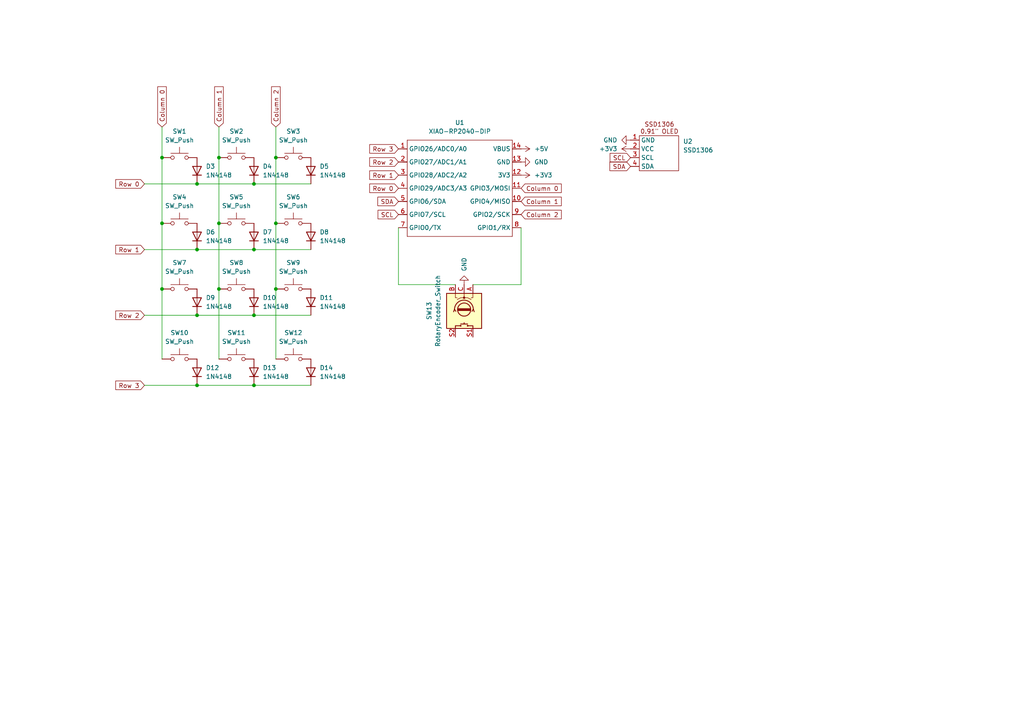
<source format=kicad_sch>
(kicad_sch (version 20250114) (generator "eeschema") (generator_version "9.0")
  (paper "A4")
  (lib_symbols
    (symbol "Device:RotaryEncoder_Switch" (pin_names (offset 0.254) (hide yes))
      (property "Reference" "SW" (at 0 6.604 0))
      (property "Value" "RotaryEncoder_Switch" (at 0 -6.604 0))
      (symbol "RotaryEncoder_Switch_0_1"
        (rectangle (start -5.08 5.08) (end 5.08 -5.08) (stroke (width 0.254)) (fill (type background)))
        (polyline (pts (xy -5.08 2.54) (xy -3.81 2.54) (xy -3.81 2.032)))
        (polyline (pts (xy -5.08 0) (xy -3.81 0) (xy -3.81 -1.016) (xy -3.302 -2.032)))
        (polyline (pts (xy -5.08 -2.54) (xy -3.81 -2.54) (xy -3.81 -2.032)))
        (polyline (pts (xy -4.318 0) (xy -3.81 0) (xy -3.81 1.016) (xy -3.302 2.032)))
        (circle (center -3.81 0) (radius 0.254) (fill (type outline)))
        (polyline (pts (xy -0.635 -1.778) (xy -0.635 1.778)) (stroke (width 0.254)))
        (circle (center -0.381 0) (radius 1.905) (stroke (width 0.254)))
        (polyline (pts (xy -0.381 -1.778) (xy -0.381 1.778)) (stroke (width 0.254)))
        (arc (start -0.381 -2.794) (mid -3.0988 -0.0635) (end -0.381 2.667) (stroke (width 0.254)))
        (polyline (pts (xy -0.127 1.778) (xy -0.127 -1.778)) (stroke (width 0.254)))
        (polyline (pts (xy 0.254 2.921) (xy -0.508 2.667) (xy 0.127 2.286)) (stroke (width 0.254)))
        (polyline (pts (xy 0.254 -3.048) (xy -0.508 -2.794) (xy 0.127 -2.413)) (stroke (width 0.254)))
        (polyline (pts (xy 3.81 1.016) (xy 3.81 -1.016)) (stroke (width 0.254)))
        (polyline (pts (xy 3.81 0) (xy 3.429 0)) (stroke (width 0.254)))
        (circle (center 4.318 1.016) (radius 0.127) (stroke (width 0.254)))
        (circle (center 4.318 -1.016) (radius 0.127) (stroke (width 0.254)))
        (polyline (pts (xy 5.08 2.54) (xy 4.318 2.54) (xy 4.318 1.016)) (stroke (width 0.254)))
        (polyline (pts (xy 5.08 -2.54) (xy 4.318 -2.54) (xy 4.318 -1.016)) (stroke (width 0.254)))
      )
      (symbol "RotaryEncoder_Switch_1_1"
        (pin passive line (at -7.62 2.54 0) (length 2.54) (name "A") (number "A"))
        (pin passive line (at -7.62 0 0) (length 2.54) (name "C") (number "C"))
        (pin passive line (at -7.62 -2.54 0) (length 2.54) (name "B") (number "B"))
        (pin passive line (at 7.62 2.54 180) (length 2.54) (name "S1") (number "S1"))
        (pin passive line (at 7.62 -2.54 180) (length 2.54) (name "S2") (number "S2"))
      )
    )
    (symbol "Diode:1N4148" (pin_numbers (hide yes)) (pin_names (hide yes))
      (property "Reference" "D" (at 0 2.54 0))
      (property "Value" "1N4148" (at 0 -2.54 0))
      (symbol "1N4148_0_1"
        (polyline (pts (xy -1.27 1.27) (xy -1.27 -1.27)) (stroke (width 0.254)))
        (polyline (pts (xy 1.27 1.27) (xy 1.27 -1.27) (xy -1.27 0) (xy 1.27 1.27)) (stroke (width 0.254)))
        (polyline (pts (xy 1.27 0) (xy -1.27 0)))
      )
      (symbol "1N4148_1_1"
        (pin passive line (at -3.81 0 0) (length 2.54) (name "K") (number "1"))
        (pin passive line (at 3.81 0 180) (length 2.54) (name "A") (number "2"))
      )
    )
    (symbol "OLED:OLED_SSD1306_0.91_128x32"
      (property "Reference" "U" (at 0 0 0))
      (symbol "OLED_SSD1306_0.91_128x32_0_1"
        (rectangle (start 2.54 10.16) (end 13.97 0))
      )
      (symbol "OLED_SSD1306_0.91_128x32_1_1"
        (text "SSD1306\n0.91\" OLED" (at 8.382 12.446 0) (effects (font (size 1.27 1.27))))
        (pin power_in line (at 0 8.89 0) (length 2.54) (name "GND") (number "1"))
        (pin power_in line (at 0 6.35 0) (length 2.54) (name "VCC") (number "2"))
        (pin input line (at 0 3.81 0) (length 2.54) (name "SCL") (number "3"))
        (pin bidirectional line (at 0 1.27 0) (length 2.54) (name "SDA") (number "4"))
      )
    )
    (symbol "OPL:XIAO-RP2040-DIP"
      (property "Reference" "U" (at 0 0 0))
      (property "Value" "XIAO-RP2040-DIP" (at 5.334 -1.778 0))
      (symbol "XIAO-RP2040-DIP_1_0"
        (polyline (pts (xy -1.27 -2.54) (xy 29.21 -2.54)) (stroke (width 0.1524)))
        (polyline (pts (xy -1.27 -5.08) (xy -2.54 -5.08)) (stroke (width 0.1524)))
        (polyline (pts (xy -1.27 -5.08) (xy -1.27 -2.54)) (stroke (width 0.1524)))
        (polyline (pts (xy -1.27 -8.89) (xy -2.54 -8.89)) (stroke (width 0.1524)))
        (polyline (pts (xy -1.27 -8.89) (xy -1.27 -5.08)) (stroke (width 0.1524)))
        (polyline (pts (xy -1.27 -12.7) (xy -2.54 -12.7)) (stroke (width 0.1524)))
        (polyline (pts (xy -1.27 -12.7) (xy -1.27 -8.89)) (stroke (width 0.1524)))
        (polyline (pts (xy -1.27 -16.51) (xy -2.54 -16.51)) (stroke (width 0.1524)))
        (polyline (pts (xy -1.27 -16.51) (xy -1.27 -12.7)) (stroke (width 0.1524)))
        (polyline (pts (xy -1.27 -20.32) (xy -2.54 -20.32)) (stroke (width 0.1524)))
        (polyline (pts (xy -1.27 -24.13) (xy -2.54 -24.13)) (stroke (width 0.1524)))
        (polyline (pts (xy -1.27 -27.94) (xy -2.54 -27.94)) (stroke (width 0.1524)))
        (polyline (pts (xy -1.27 -30.48) (xy -1.27 -16.51)) (stroke (width 0.1524)))
        (polyline (pts (xy 29.21 -2.54) (xy 29.21 -5.08)) (stroke (width 0.1524)))
        (polyline (pts (xy 29.21 -5.08) (xy 29.21 -8.89)) (stroke (width 0.1524)))
        (polyline (pts (xy 29.21 -8.89) (xy 29.21 -12.7)) (stroke (width 0.1524)))
        (polyline (pts (xy 29.21 -12.7) (xy 29.21 -30.48)) (stroke (width 0.1524)))
        (polyline (pts (xy 29.21 -30.48) (xy -1.27 -30.48)) (stroke (width 0.1524)))
        (polyline (pts (xy 30.48 -5.08) (xy 29.21 -5.08)) (stroke (width 0.1524)))
        (polyline (pts (xy 30.48 -8.89) (xy 29.21 -8.89)) (stroke (width 0.1524)))
        (polyline (pts (xy 30.48 -12.7) (xy 29.21 -12.7)) (stroke (width 0.1524)))
        (polyline (pts (xy 30.48 -16.51) (xy 29.21 -16.51)) (stroke (width 0.1524)))
        (polyline (pts (xy 30.48 -20.32) (xy 29.21 -20.32)) (stroke (width 0.1524)))
        (polyline (pts (xy 30.48 -24.13) (xy 29.21 -24.13)) (stroke (width 0.1524)))
        (polyline (pts (xy 30.48 -27.94) (xy 29.21 -27.94)) (stroke (width 0.1524)))
        (pin passive line (at -3.81 -5.08 0) (length 2.54) (name "GPIO26/ADC0/A0") (number "1"))
        (pin passive line (at -3.81 -8.89 0) (length 2.54) (name "GPIO27/ADC1/A1") (number "2"))
        (pin passive line (at -3.81 -12.7 0) (length 2.54) (name "GPIO28/ADC2/A2") (number "3"))
        (pin passive line (at -3.81 -16.51 0) (length 2.54) (name "GPIO29/ADC3/A3") (number "4"))
        (pin passive line (at -3.81 -20.32 0) (length 2.54) (name "GPIO6/SDA") (number "5"))
        (pin passive line (at -3.81 -24.13 0) (length 2.54) (name "GPIO7/SCL") (number "6"))
        (pin passive line (at -3.81 -27.94 0) (length 2.54) (name "GPIO0/TX") (number "7"))
        (pin passive line (at 31.75 -5.08 180) (length 2.54) (name "VBUS") (number "14"))
        (pin passive line (at 31.75 -8.89 180) (length 2.54) (name "GND") (number "13"))
        (pin passive line (at 31.75 -12.7 180) (length 2.54) (name "3V3") (number "12"))
        (pin passive line (at 31.75 -16.51 180) (length 2.54) (name "GPIO3/MOSI") (number "11"))
        (pin passive line (at 31.75 -20.32 180) (length 2.54) (name "GPIO4/MISO") (number "10"))
        (pin passive line (at 31.75 -24.13 180) (length 2.54) (name "GPIO2/SCK") (number "9"))
        (pin passive line (at 31.75 -27.94 180) (length 2.54) (name "GPIO1/RX") (number "8"))
      )
    )
    (symbol "Switch:SW_Push" (pin_numbers (hide yes)) (pin_names (offset 1.016) (hide yes))
      (property "Reference" "SW" (at 1.27 2.54 0))
      (property "Value" "SW_Push" (at 0 -1.524 0))
      (symbol "SW_Push_0_1"
        (circle (center -2.032 0) (radius 0.508))
        (polyline (pts (xy 0 1.27) (xy 0 3.048)))
        (circle (center 2.032 0) (radius 0.508))
        (polyline (pts (xy 2.54 1.27) (xy -2.54 1.27)))
        (pin passive line (at -5.08 0 0) (length 2.54) (name "1") (number "1"))
        (pin passive line (at 5.08 0 180) (length 2.54) (name "2") (number "2"))
      )
    )
    (symbol "power:+3V3" (power) (pin_numbers (hide yes)) (pin_names (offset 0) (hide yes))
      (property "Value" "+3V3" (at 0 3.556 0))
      (symbol "+3V3_0_1"
        (polyline (pts (xy -0.762 1.27) (xy 0 2.54)))
        (polyline (pts (xy 0 2.54) (xy 0.762 1.27)))
        (polyline (pts (xy 0 0) (xy 0 2.54)))
      )
      (symbol "+3V3_1_1"
        (pin power_in line (at 0 0 90) (length 0) (name "~") (number "1"))
      )
    )
    (symbol "power:+5V" (power) (pin_numbers (hide yes)) (pin_names (offset 0) (hide yes))
      (property "Value" "+5V" (at 0 3.556 0))
      (symbol "+5V_0_1"
        (polyline (pts (xy -0.762 1.27) (xy 0 2.54)))
        (polyline (pts (xy 0 2.54) (xy 0.762 1.27)))
        (polyline (pts (xy 0 0) (xy 0 2.54)))
      )
      (symbol "+5V_1_1"
        (pin power_in line (at 0 0 90) (length 0) (name "~") (number "1"))
      )
    )
    (symbol "power:GND" (power) (pin_numbers (hide yes)) (pin_names (offset 0) (hide yes))
      (property "Value" "GND" (at 0 -3.81 0))
      (symbol "GND_0_1"
        (polyline (pts (xy 0 0) (xy 0 -1.27) (xy 1.27 -1.27) (xy 0 -2.54) (xy -1.27 -1.27) (xy 0 -1.27)))
      )
      (symbol "GND_1_1"
        (pin power_in line (at 0 0 270) (length 0) (name "~") (number "1"))
      )
    )
  )
  (junction (at 73.66 111.76))
  (junction (at 73.66 72.39))
  (junction (at 73.66 91.44))
  (junction (at 63.5 83.82))
  (junction (at 57.15 53.34))
  (junction (at 80.01 45.72))
  (junction (at 63.5 64.77))
  (junction (at 46.99 83.82))
  (junction (at 46.99 64.77))
  (junction (at 57.15 91.44))
  (junction (at 46.99 45.72))
  (junction (at 73.66 53.34))
  (junction (at 57.15 72.39))
  (junction (at 80.01 64.77))
  (junction (at 57.15 111.76))
  (junction (at 80.01 83.82))
  (junction (at 63.5 45.72))
  (wire (pts (xy 46.99 64.77) (xy 46.99 83.82)))
  (wire (pts (xy 46.99 36.83) (xy 46.99 45.72)))
  (wire (pts (xy 63.5 36.83) (xy 63.5 45.72)))
  (wire (pts (xy 63.5 83.82) (xy 63.5 104.14)))
  (wire (pts (xy 80.01 83.82) (xy 80.01 104.14)))
  (wire (pts (xy 73.66 111.76) (xy 90.17 111.76)))
  (wire (pts (xy 57.15 91.44) (xy 73.66 91.44)))
  (wire (pts (xy 63.5 64.77) (xy 63.5 83.82)))
  (wire (pts (xy 41.91 53.34) (xy 57.15 53.34)))
  (wire (pts (xy 80.01 36.83) (xy 80.01 45.72)))
  (wire (pts (xy 73.66 72.39) (xy 90.17 72.39)))
  (wire (pts (xy 57.15 72.39) (xy 73.66 72.39)))
  (wire (pts (xy 57.15 111.76) (xy 73.66 111.76)))
  (wire (pts (xy 115.57 82.55) (xy 115.57 66.04)))
  (wire (pts (xy 41.91 72.39) (xy 57.15 72.39)))
  (wire (pts (xy 41.91 111.76) (xy 57.15 111.76)))
  (wire (pts (xy 57.15 53.34) (xy 73.66 53.34)))
  (wire (pts (xy 46.99 45.72) (xy 46.99 64.77)))
  (wire (pts (xy 63.5 45.72) (xy 63.5 64.77)))
  (wire (pts (xy 80.01 64.77) (xy 80.01 83.82)))
  (wire (pts (xy 80.01 45.72) (xy 80.01 64.77)))
  (wire (pts (xy 41.91 91.44) (xy 57.15 91.44)))
  (wire (pts (xy 132.08 82.55) (xy 115.57 82.55)))
  (wire (pts (xy 137.16 82.55) (xy 151.13 82.55)))
  (wire (pts (xy 46.99 83.82) (xy 46.99 104.14)))
  (wire (pts (xy 73.66 53.34) (xy 90.17 53.34)))
  (wire (pts (xy 151.13 82.55) (xy 151.13 66.04)))
  (wire (pts (xy 73.66 91.44) (xy 90.17 91.44)))
  (global_label "Column 2" (shape input) (at 151.13 62.23 0) (property "Intersheetrefs" "${INTERSHEET_REFS}" (effects (hide yes))))
  (global_label "SDA" (shape input) (at 182.88 48.26 180) (property "Intersheetrefs" "${INTERSHEET_REFS}" (effects (hide yes))))
  (global_label "Column 0" (shape input) (at 46.99 36.83 90) (property "Intersheetrefs" "${INTERSHEET_REFS}" (effects (hide yes))))
  (global_label "Column 1" (shape input) (at 151.13 58.42 0) (property "Intersheetrefs" "${INTERSHEET_REFS}" (effects (hide yes))))
  (global_label "SCL" (shape input) (at 115.57 62.23 180) (property "Intersheetrefs" "${INTERSHEET_REFS}" (effects (hide yes))))
  (global_label "Row 2" (shape input) (at 41.91 91.44 180) (property "Intersheetrefs" "${INTERSHEET_REFS}" (effects (hide yes))))
  (global_label "Row 2" (shape input) (at 115.57 46.99 180) (property "Intersheetrefs" "${INTERSHEET_REFS}" (effects (hide yes))))
  (global_label "Row 0" (shape input) (at 41.91 53.34 180) (property "Intersheetrefs" "${INTERSHEET_REFS}" (effects (hide yes))))
  (global_label "Row 3" (shape input) (at 115.57 43.18 180) (property "Intersheetrefs" "${INTERSHEET_REFS}" (effects (hide yes))))
  (global_label "SDA" (shape input) (at 115.57 58.42 180) (property "Intersheetrefs" "${INTERSHEET_REFS}" (effects (hide yes))))
  (global_label "Column 2" (shape input) (at 80.01 36.83 90) (property "Intersheetrefs" "${INTERSHEET_REFS}" (effects (hide yes))))
  (global_label "SCL" (shape input) (at 182.88 45.72 180) (property "Intersheetrefs" "${INTERSHEET_REFS}" (effects (hide yes))))
  (global_label "Row 0" (shape input) (at 115.57 54.61 180) (property "Intersheetrefs" "${INTERSHEET_REFS}" (effects (hide yes))))
  (global_label "Column 0" (shape input) (at 151.13 54.61 0) (property "Intersheetrefs" "${INTERSHEET_REFS}" (effects (hide yes))))
  (global_label "Column 1" (shape input) (at 63.5 36.83 90) (property "Intersheetrefs" "${INTERSHEET_REFS}" (effects (hide yes))))
  (global_label "Row 1" (shape input) (at 115.57 50.8 180) (property "Intersheetrefs" "${INTERSHEET_REFS}" (effects (hide yes))))
  (global_label "Row 3" (shape input) (at 41.91 111.76 180) (property "Intersheetrefs" "${INTERSHEET_REFS}" (effects (hide yes))))
  (global_label "Row 1" (shape input) (at 41.91 72.39 180) (property "Intersheetrefs" "${INTERSHEET_REFS}" (effects (hide yes))))
  (symbol (lib_id "Switch:SW_Push") (at 85.09 83.82 0) (unit 1)
    (property "Reference" "SW9" (at 85.09 76.2 0))
    (property "Value" "SW_Push" (at 85.09 78.74 0))
    (property "Footprint" "Button_Switch_Keyboard:SW_Cherry_MX_1.00u_PCB" (effects (hide yes)))
    (property "Description" "Push button switch, generic, two pins" (effects (hide yes)))
  )
  (symbol (lib_id "Diode:1N4148") (at 57.15 107.95 90) (unit 1)
    (property "Reference" "D12" (at 59.69 106.6799 90) (effects (justify right)))
    (property "Value" "1N4148" (at 59.69 109.2199 90) (effects (justify right)))
    (property "Footprint" "Diode_THT:D_DO-35_SOD27_P7.62mm_Horizontal" (effects (hide yes)))
    (property "Datasheet" "https://assets.nexperia.com/documents/data-sheet/1N4148_1N4448.pdf" (effects (hide yes)))
    (property "Description" "100V 0.15A standard switching diode, DO-35" (effects (hide yes)))
    (property "Sim.Device" "D" (effects (hide yes)))
    (property "Sim.Pins" "1=K 2=A" (effects (hide yes)))
  )
  (symbol (lib_id "Device:RotaryEncoder_Switch") (at 134.62 90.17 270) (unit 1)
    (property "Reference" "SW13" (at 124.46 90.17 0))
    (property "Value" "RotaryEncoder_Switch" (at 127 90.17 0))
    (property "Footprint" "EC11_Rotary_Encoder_for_hackpad:RotaryEncoder_Alps_EC11E-Switch_Vertical_H20mm" (effects (hide yes)))
    (property "Description" "Rotary encoder, dual channel, incremental quadrate outputs, with switch" (effects (hide yes)))
  )
  (symbol (lib_id "Switch:SW_Push") (at 68.58 104.14 0) (unit 1)
    (property "Reference" "SW11" (at 68.58 96.52 0))
    (property "Value" "SW_Push" (at 68.58 99.06 0))
    (property "Footprint" "Button_Switch_Keyboard:SW_Cherry_MX_1.00u_PCB" (effects (hide yes)))
    (property "Description" "Push button switch, generic, two pins" (effects (hide yes)))
  )
  (symbol (lib_id "OLED:OLED_SSD1306_0.91_128x32") (at 182.88 49.53 0) (unit 1)
    (property "Reference" "U2" (at 198.12 41.0149 0) (effects (justify left)))
    (property "Value" "SSD1306" (at 198.12 43.5549 0) (effects (justify left)))
    (property "Footprint" "KiCad-SSD1306-0.91-OLED-4pin-128x32.pretty-master:SSD1306-0.91-OLED-4pin-128x32" (effects (hide yes)))
  )
  (symbol (lib_id "Diode:1N4148") (at 90.17 107.95 90) (unit 1)
    (property "Reference" "D14" (at 92.71 106.6799 90) (effects (justify right)))
    (property "Value" "1N4148" (at 92.71 109.2199 90) (effects (justify right)))
    (property "Footprint" "Diode_THT:D_DO-35_SOD27_P7.62mm_Horizontal" (effects (hide yes)))
    (property "Datasheet" "https://assets.nexperia.com/documents/data-sheet/1N4148_1N4448.pdf" (effects (hide yes)))
    (property "Description" "100V 0.15A standard switching diode, DO-35" (effects (hide yes)))
    (property "Sim.Device" "D" (effects (hide yes)))
    (property "Sim.Pins" "1=K 2=A" (effects (hide yes)))
  )
  (symbol (lib_id "Diode:1N4148") (at 57.15 49.53 90) (unit 1)
    (property "Reference" "D3" (at 59.69 48.2599 90) (effects (justify right)))
    (property "Value" "1N4148" (at 59.69 50.7999 90) (effects (justify right)))
    (property "Footprint" "Diode_THT:D_DO-35_SOD27_P7.62mm_Horizontal" (effects (hide yes)))
    (property "Datasheet" "https://assets.nexperia.com/documents/data-sheet/1N4148_1N4448.pdf" (effects (hide yes)))
    (property "Description" "100V 0.15A standard switching diode, DO-35" (effects (hide yes)))
    (property "Sim.Device" "D" (effects (hide yes)))
    (property "Sim.Pins" "1=K 2=A" (effects (hide yes)))
  )
  (symbol (lib_id "OPL:XIAO-RP2040-DIP") (at 119.38 38.1 0) (unit 1)
    (property "Reference" "U1" (at 133.35 35.56 0))
    (property "Value" "XIAO-RP2040-DIP" (at 133.35 38.1 0))
    (property "Footprint" "OPL:XIAO-RP2040-DIP" (effects (hide yes)))
  )
  (symbol (lib_id "Diode:1N4148") (at 57.15 87.63 90) (unit 1)
    (property "Reference" "D9" (at 59.69 86.3599 90) (effects (justify right)))
    (property "Value" "1N4148" (at 59.69 88.8999 90) (effects (justify right)))
    (property "Footprint" "Diode_THT:D_DO-35_SOD27_P7.62mm_Horizontal" (effects (hide yes)))
    (property "Datasheet" "https://assets.nexperia.com/documents/data-sheet/1N4148_1N4448.pdf" (effects (hide yes)))
    (property "Description" "100V 0.15A standard switching diode, DO-35" (effects (hide yes)))
    (property "Sim.Device" "D" (effects (hide yes)))
    (property "Sim.Pins" "1=K 2=A" (effects (hide yes)))
  )
  (symbol (lib_id "Switch:SW_Push") (at 85.09 45.72 0) (unit 1)
    (property "Reference" "SW3" (at 85.09 38.1 0))
    (property "Value" "SW_Push" (at 85.09 40.64 0))
    (property "Footprint" "Button_Switch_Keyboard:SW_Cherry_MX_1.00u_PCB" (effects (hide yes)))
    (property "Description" "Push button switch, generic, two pins" (effects (hide yes)))
  )
  (symbol (lib_id "Switch:SW_Push") (at 85.09 64.77 0) (unit 1)
    (property "Reference" "SW6" (at 85.09 57.15 0))
    (property "Value" "SW_Push" (at 85.09 59.69 0))
    (property "Footprint" "Button_Switch_Keyboard:SW_Cherry_MX_1.00u_PCB" (effects (hide yes)))
    (property "Description" "Push button switch, generic, two pins" (effects (hide yes)))
  )
  (symbol (lib_id "Diode:1N4148") (at 73.66 68.58 90) (unit 1)
    (property "Reference" "D7" (at 76.2 67.3099 90) (effects (justify right)))
    (property "Value" "1N4148" (at 76.2 69.8499 90) (effects (justify right)))
    (property "Footprint" "Diode_THT:D_DO-35_SOD27_P7.62mm_Horizontal" (effects (hide yes)))
    (property "Datasheet" "https://assets.nexperia.com/documents/data-sheet/1N4148_1N4448.pdf" (effects (hide yes)))
    (property "Description" "100V 0.15A standard switching diode, DO-35" (effects (hide yes)))
    (property "Sim.Device" "D" (effects (hide yes)))
    (property "Sim.Pins" "1=K 2=A" (effects (hide yes)))
  )
  (symbol (lib_id "power:+5V") (at 151.13 43.18 270) (unit 1)
    (property "Reference" "#PWR02" (effects (hide yes)))
    (property "Value" "+5V" (at 154.94 43.1799 90) (effects (justify left)))
    (property "Description" "Power symbol creates a global label with name \"+5V\"" (effects (hide yes)))
  )
  (symbol (lib_id "power:+3V3") (at 182.88 43.18 90) (unit 1)
    (property "Reference" "#PWR04" (effects (hide yes)))
    (property "Value" "+3V3" (at 179.07 43.1799 90) (effects (justify left)))
    (property "Description" "Power symbol creates a global label with name \"+3V3\"" (effects (hide yes)))
  )
  (symbol (lib_id "Switch:SW_Push") (at 52.07 104.14 0) (unit 1)
    (property "Reference" "SW10" (at 52.07 96.52 0))
    (property "Value" "SW_Push" (at 52.07 99.06 0))
    (property "Footprint" "Button_Switch_Keyboard:SW_Cherry_MX_1.00u_PCB" (effects (hide yes)))
    (property "Description" "Push button switch, generic, two pins" (effects (hide yes)))
  )
  (symbol (lib_id "power:GND") (at 182.88 40.64 270) (unit 1)
    (property "Reference" "#PWR03" (effects (hide yes)))
    (property "Value" "GND" (at 179.07 40.6399 90) (effects (justify right)))
    (property "Description" "Power symbol creates a global label with name \"GND\" , ground" (effects (hide yes)))
  )
  (symbol (lib_id "Switch:SW_Push") (at 68.58 83.82 0) (unit 1)
    (property "Reference" "SW8" (at 68.58 76.2 0))
    (property "Value" "SW_Push" (at 68.58 78.74 0))
    (property "Footprint" "Button_Switch_Keyboard:SW_Cherry_MX_1.00u_PCB" (effects (hide yes)))
    (property "Description" "Push button switch, generic, two pins" (effects (hide yes)))
  )
  (symbol (lib_id "Switch:SW_Push") (at 52.07 64.77 0) (unit 1)
    (property "Reference" "SW4" (at 52.07 57.15 0))
    (property "Value" "SW_Push" (at 52.07 59.69 0))
    (property "Footprint" "Button_Switch_Keyboard:SW_Cherry_MX_1.00u_PCB" (effects (hide yes)))
    (property "Description" "Push button switch, generic, two pins" (effects (hide yes)))
  )
  (symbol (lib_id "Diode:1N4148") (at 90.17 68.58 90) (unit 1)
    (property "Reference" "D8" (at 92.71 67.3099 90) (effects (justify right)))
    (property "Value" "1N4148" (at 92.71 69.8499 90) (effects (justify right)))
    (property "Footprint" "Diode_THT:D_DO-35_SOD27_P7.62mm_Horizontal" (effects (hide yes)))
    (property "Datasheet" "https://assets.nexperia.com/documents/data-sheet/1N4148_1N4448.pdf" (effects (hide yes)))
    (property "Description" "100V 0.15A standard switching diode, DO-35" (effects (hide yes)))
    (property "Sim.Device" "D" (effects (hide yes)))
    (property "Sim.Pins" "1=K 2=A" (effects (hide yes)))
  )
  (symbol (lib_id "Switch:SW_Push") (at 52.07 83.82 0) (unit 1)
    (property "Reference" "SW7" (at 52.07 76.2 0))
    (property "Value" "SW_Push" (at 52.07 78.74 0))
    (property "Footprint" "Button_Switch_Keyboard:SW_Cherry_MX_1.00u_PCB" (effects (hide yes)))
    (property "Description" "Push button switch, generic, two pins" (effects (hide yes)))
  )
  (symbol (lib_id "Switch:SW_Push") (at 52.07 45.72 0) (unit 1)
    (property "Reference" "SW1" (at 52.07 38.1 0))
    (property "Value" "SW_Push" (at 52.07 40.64 0))
    (property "Footprint" "Button_Switch_Keyboard:SW_Cherry_MX_1.00u_PCB" (effects (hide yes)))
    (property "Description" "Push button switch, generic, two pins" (effects (hide yes)))
  )
  (symbol (lib_id "Diode:1N4148") (at 90.17 49.53 90) (unit 1)
    (property "Reference" "D5" (at 92.71 48.2599 90) (effects (justify right)))
    (property "Value" "1N4148" (at 92.71 50.7999 90) (effects (justify right)))
    (property "Footprint" "Diode_THT:D_DO-35_SOD27_P7.62mm_Horizontal" (effects (hide yes)))
    (property "Datasheet" "https://assets.nexperia.com/documents/data-sheet/1N4148_1N4448.pdf" (effects (hide yes)))
    (property "Description" "100V 0.15A standard switching diode, DO-35" (effects (hide yes)))
    (property "Sim.Device" "D" (effects (hide yes)))
    (property "Sim.Pins" "1=K 2=A" (effects (hide yes)))
  )
  (symbol (lib_id "Diode:1N4148") (at 90.17 87.63 90) (unit 1)
    (property "Reference" "D11" (at 92.71 86.3599 90) (effects (justify right)))
    (property "Value" "1N4148" (at 92.71 88.8999 90) (effects (justify right)))
    (property "Footprint" "Diode_THT:D_DO-35_SOD27_P7.62mm_Horizontal" (effects (hide yes)))
    (property "Datasheet" "https://assets.nexperia.com/documents/data-sheet/1N4148_1N4448.pdf" (effects (hide yes)))
    (property "Description" "100V 0.15A standard switching diode, DO-35" (effects (hide yes)))
    (property "Sim.Device" "D" (effects (hide yes)))
    (property "Sim.Pins" "1=K 2=A" (effects (hide yes)))
  )
  (symbol (lib_id "power:GND") (at 151.13 46.99 90) (unit 1)
    (property "Reference" "#PWR01" (effects (hide yes)))
    (property "Value" "GND" (at 154.94 46.9899 90) (effects (justify right)))
    (property "Description" "Power symbol creates a global label with name \"GND\" , ground" (effects (hide yes)))
  )
  (symbol (lib_id "power:GND") (at 134.62 82.55 180) (unit 1)
    (property "Reference" "#PWR05" (effects (hide yes)))
    (property "Value" "GND" (at 134.6199 78.74 90) (effects (justify right)))
    (property "Description" "Power symbol creates a global label with name \"GND\" , ground" (effects (hide yes)))
  )
  (symbol (lib_id "Diode:1N4148") (at 73.66 87.63 90) (unit 1)
    (property "Reference" "D10" (at 76.2 86.3599 90) (effects (justify right)))
    (property "Value" "1N4148" (at 76.2 88.8999 90) (effects (justify right)))
    (property "Footprint" "Diode_THT:D_DO-35_SOD27_P7.62mm_Horizontal" (effects (hide yes)))
    (property "Datasheet" "https://assets.nexperia.com/documents/data-sheet/1N4148_1N4448.pdf" (effects (hide yes)))
    (property "Description" "100V 0.15A standard switching diode, DO-35" (effects (hide yes)))
    (property "Sim.Device" "D" (effects (hide yes)))
    (property "Sim.Pins" "1=K 2=A" (effects (hide yes)))
  )
  (symbol (lib_id "Switch:SW_Push") (at 68.58 45.72 0) (unit 1)
    (property "Reference" "SW2" (at 68.58 38.1 0))
    (property "Value" "SW_Push" (at 68.58 40.64 0))
    (property "Footprint" "Button_Switch_Keyboard:SW_Cherry_MX_1.00u_PCB" (effects (hide yes)))
    (property "Description" "Push button switch, generic, two pins" (effects (hide yes)))
  )
  (symbol (lib_id "Switch:SW_Push") (at 85.09 104.14 0) (unit 1)
    (property "Reference" "SW12" (at 85.09 96.52 0))
    (property "Value" "SW_Push" (at 85.09 99.06 0))
    (property "Footprint" "Button_Switch_Keyboard:SW_Cherry_MX_1.00u_PCB" (effects (hide yes)))
    (property "Description" "Push button switch, generic, two pins" (effects (hide yes)))
  )
  (symbol (lib_id "Switch:SW_Push") (at 68.58 64.77 0) (unit 1)
    (property "Reference" "SW5" (at 68.58 57.15 0))
    (property "Value" "SW_Push" (at 68.58 59.69 0))
    (property "Footprint" "Button_Switch_Keyboard:SW_Cherry_MX_1.00u_PCB" (effects (hide yes)))
    (property "Description" "Push button switch, generic, two pins" (effects (hide yes)))
  )
  (symbol (lib_id "Diode:1N4148") (at 73.66 107.95 90) (unit 1)
    (property "Reference" "D13" (at 76.2 106.6799 90) (effects (justify right)))
    (property "Value" "1N4148" (at 76.2 109.2199 90) (effects (justify right)))
    (property "Footprint" "Diode_THT:D_DO-35_SOD27_P7.62mm_Horizontal" (effects (hide yes)))
    (property "Datasheet" "https://assets.nexperia.com/documents/data-sheet/1N4148_1N4448.pdf" (effects (hide yes)))
    (property "Description" "100V 0.15A standard switching diode, DO-35" (effects (hide yes)))
    (property "Sim.Device" "D" (effects (hide yes)))
    (property "Sim.Pins" "1=K 2=A" (effects (hide yes)))
  )
  (symbol (lib_id "power:+3V3") (at 151.13 50.8 270) (unit 1)
    (property "Reference" "#PWR07" (effects (hide yes)))
    (property "Value" "+3V3" (at 154.94 50.7999 90) (effects (justify left)))
    (property "Description" "Power symbol creates a global label with name \"+3V3\"" (effects (hide yes)))
  )
  (symbol (lib_id "Diode:1N4148") (at 57.15 68.58 90) (unit 1)
    (property "Reference" "D6" (at 59.69 67.3099 90) (effects (justify right)))
    (property "Value" "1N4148" (at 59.69 69.8499 90) (effects (justify right)))
    (property "Footprint" "Diode_THT:D_DO-35_SOD27_P7.62mm_Horizontal" (effects (hide yes)))
    (property "Datasheet" "https://assets.nexperia.com/documents/data-sheet/1N4148_1N4448.pdf" (effects (hide yes)))
    (property "Description" "100V 0.15A standard switching diode, DO-35" (effects (hide yes)))
    (property "Sim.Device" "D" (effects (hide yes)))
    (property "Sim.Pins" "1=K 2=A" (effects (hide yes)))
  )
  (symbol (lib_id "Diode:1N4148") (at 73.66 49.53 90) (unit 1)
    (property "Reference" "D4" (at 76.2 48.2599 90) (effects (justify right)))
    (property "Value" "1N4148" (at 76.2 50.7999 90) (effects (justify right)))
    (property "Footprint" "Diode_THT:D_DO-35_SOD27_P7.62mm_Horizontal" (effects (hide yes)))
    (property "Datasheet" "https://assets.nexperia.com/documents/data-sheet/1N4148_1N4448.pdf" (effects (hide yes)))
    (property "Description" "100V 0.15A standard switching diode, DO-35" (effects (hide yes)))
    (property "Sim.Device" "D" (effects (hide yes)))
    (property "Sim.Pins" "1=K 2=A" (effects (hide yes)))
  )
)
</source>
